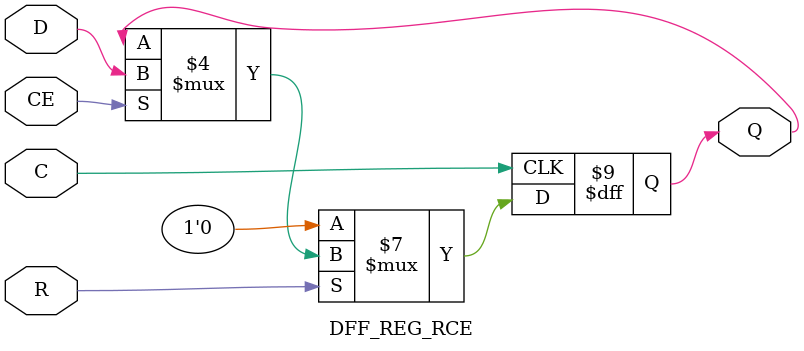
<source format=v>
/**
 * register library
 */

// signal naming convention adapted from http://www.ece.uah.edu/~milenka/cpe528-03S/lectures/HDLModels.pdf

/**
 * N-bit register
 */
module DFF_REG #(
  parameter N = 1,
  parameter INIT = {N{1'b0}}
) (
  input               C,  // clock input
  input [N-1:0]       D,  // data input
  output reg [N-1:0]  Q   // data output
);
  initial Q = INIT;
  always @(posedge C)
    Q <= D;
endmodule

/**
 * N-bit register with synchronous reset
 */
module DFF_REG_R #(
  parameter N = 1,
  parameter INIT = {N{1'b0}}
) (
  input               C,  // clock input
  input               R,  // synchronous reset input
  input [N-1:0]       D,  // data input
  output reg [N-1:0]  Q   // data output
);
  initial Q = INIT;
  always @(posedge C)
    if (!R) Q <= INIT;
    else Q <= D;
endmodule

/**
 * N-bit register with synchronous reset and clock enable
 */
module DFF_REG_RCE #(
  parameter N = 1,
  parameter INIT = {N{1'b0}}
) (
  input               C,  // clock input
  input               R,  // synchronous reset input
  input               CE, // clock enable input
  input [N-1:0]       D,  // data input
  output reg [N-1:0]  Q   // data output
);
  initial Q = INIT;
  always @(posedge C)
    if (!R) Q <= INIT;
    else if (CE) Q <= D;
endmodule

</source>
